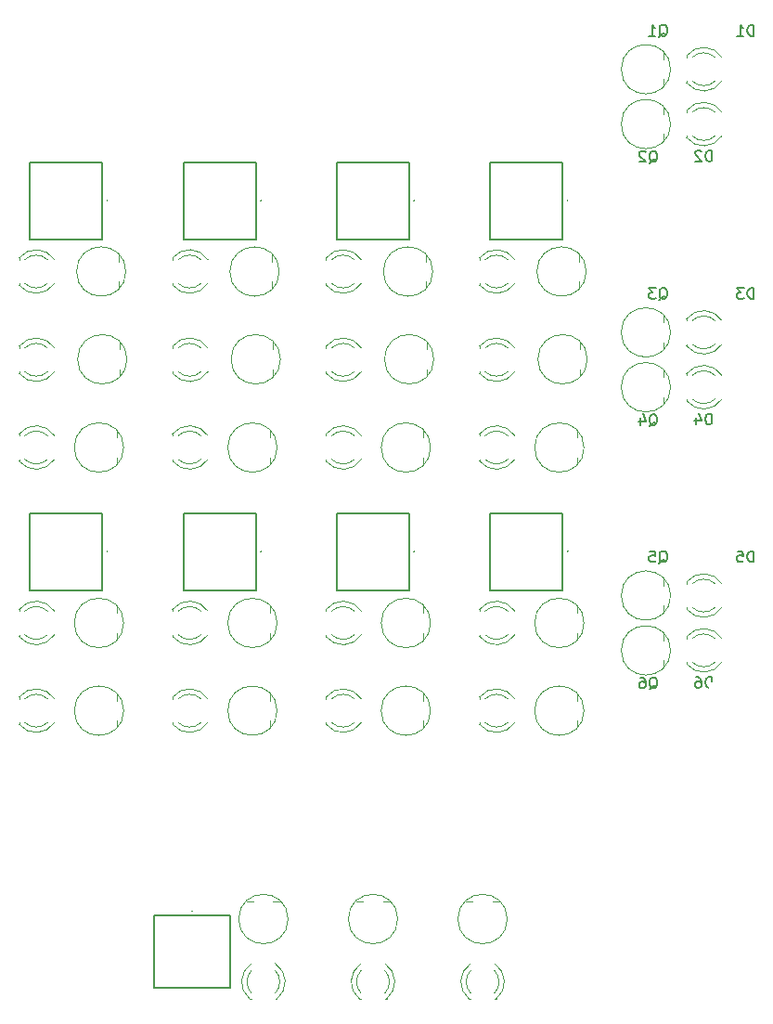
<source format=gbo>
G04 #@! TF.GenerationSoftware,KiCad,Pcbnew,(5.1.8)-1*
G04 #@! TF.CreationDate,2021-05-15T16:38:38+09:00*
G04 #@! TF.ProjectId,test,74657374-2e6b-4696-9361-645f70636258,rev?*
G04 #@! TF.SameCoordinates,PX4c4b400PY8954400*
G04 #@! TF.FileFunction,Legend,Bot*
G04 #@! TF.FilePolarity,Positive*
%FSLAX46Y46*%
G04 Gerber Fmt 4.6, Leading zero omitted, Abs format (unit mm)*
G04 Created by KiCad (PCBNEW (5.1.8)-1) date 2021-05-15 16:38:38*
%MOMM*%
%LPD*%
G01*
G04 APERTURE LIST*
%ADD10C,0.120000*%
%ADD11C,0.200000*%
%ADD12C,0.150000*%
%ADD13C,2.550000*%
%ADD14O,1.700000X2.000000*%
%ADD15O,1.700000X1.700000*%
%ADD16R,1.700000X1.700000*%
%ADD17O,2.000000X1.700000*%
%ADD18O,2.400000X2.400000*%
%ADD19R,2.400000X2.400000*%
%ADD20C,1.635000*%
%ADD21C,1.700000*%
%ADD22O,1.700000X1.950000*%
%ADD23C,1.400000*%
%ADD24O,1.950000X1.700000*%
%ADD25C,1.800000*%
%ADD26R,1.800000X1.800000*%
%ADD27O,1.600000X1.600000*%
%ADD28C,1.600000*%
G04 APERTURE END LIST*
D10*
X53250000Y52000000D02*
G75*
G03*
X53250000Y52000000I-2250000J0D01*
G01*
X52600000Y50500000D02*
X52600000Y51100000D01*
X52600000Y53500000D02*
X52600000Y52900000D01*
X52800000Y69550000D02*
X52800000Y68950000D01*
X52800000Y66550000D02*
X52800000Y67150000D01*
X53450000Y68050000D02*
G75*
G03*
X53450000Y68050000I-2250000J0D01*
G01*
X52600000Y37500000D02*
X52600000Y36900000D01*
X52600000Y34500000D02*
X52600000Y35100000D01*
X53250000Y36000000D02*
G75*
G03*
X53250000Y36000000I-2250000J0D01*
G01*
X43710000Y69130000D02*
X43710000Y69286000D01*
X43710000Y66814000D02*
X43710000Y66970000D01*
X46311130Y69129837D02*
G75*
G03*
X44229039Y69130000I-1041130J-1079837D01*
G01*
X46311130Y66970163D02*
G75*
G02*
X44229039Y66970000I-1041130J1079837D01*
G01*
X46942335Y69128608D02*
G75*
G03*
X43710000Y69285516I-1672335J-1078608D01*
G01*
X46942335Y66971392D02*
G75*
G02*
X43710000Y66814484I-1672335J1078608D01*
G01*
X43710000Y58764000D02*
X43710000Y58920000D01*
X43710000Y61080000D02*
X43710000Y61236000D01*
X46942335Y58921392D02*
G75*
G02*
X43710000Y58764484I-1672335J1078608D01*
G01*
X46942335Y61078608D02*
G75*
G03*
X43710000Y61235516I-1672335J-1078608D01*
G01*
X46311130Y58920163D02*
G75*
G02*
X44229039Y58920000I-1041130J1079837D01*
G01*
X46311130Y61079837D02*
G75*
G03*
X44229039Y61080000I-1041130J-1079837D01*
G01*
X43710000Y53080000D02*
X43710000Y53236000D01*
X43710000Y50764000D02*
X43710000Y50920000D01*
X46311130Y53079837D02*
G75*
G03*
X44229039Y53080000I-1041130J-1079837D01*
G01*
X46311130Y50920163D02*
G75*
G02*
X44229039Y50920000I-1041130J1079837D01*
G01*
X46942335Y53078608D02*
G75*
G03*
X43710000Y53235516I-1672335J-1078608D01*
G01*
X46942335Y50921392D02*
G75*
G02*
X43710000Y50764484I-1672335J1078608D01*
G01*
X43710000Y34764000D02*
X43710000Y34920000D01*
X43710000Y37080000D02*
X43710000Y37236000D01*
X46942335Y34921392D02*
G75*
G02*
X43710000Y34764484I-1672335J1078608D01*
G01*
X46942335Y37078608D02*
G75*
G03*
X43710000Y37235516I-1672335J-1078608D01*
G01*
X46311130Y34920163D02*
G75*
G02*
X44229039Y34920000I-1041130J1079837D01*
G01*
X46311130Y37079837D02*
G75*
G03*
X44229039Y37080000I-1041130J-1079837D01*
G01*
X53550000Y60050000D02*
G75*
G03*
X53550000Y60050000I-2250000J0D01*
G01*
X52900000Y58550000D02*
X52900000Y59150000D01*
X52900000Y61550000D02*
X52900000Y60950000D01*
X43710000Y26764000D02*
X43710000Y26920000D01*
X43710000Y29080000D02*
X43710000Y29236000D01*
X46942335Y26921392D02*
G75*
G02*
X43710000Y26764484I-1672335J1078608D01*
G01*
X46942335Y29078608D02*
G75*
G03*
X43710000Y29235516I-1672335J-1078608D01*
G01*
X46311130Y26920163D02*
G75*
G02*
X44229039Y26920000I-1041130J1079837D01*
G01*
X46311130Y29079837D02*
G75*
G03*
X44229039Y29080000I-1041130J-1079837D01*
G01*
X53250000Y28000000D02*
G75*
G03*
X53250000Y28000000I-2250000J0D01*
G01*
X52600000Y26500000D02*
X52600000Y27100000D01*
X52600000Y29500000D02*
X52600000Y28900000D01*
D11*
X51779000Y74532000D02*
G75*
G03*
X51779000Y74532000I-57000J0D01*
G01*
X44700000Y77990000D02*
X51300000Y77990000D01*
X44700000Y71000000D02*
X44700000Y77990000D01*
X51300000Y71000000D02*
X44700000Y71000000D01*
X51300000Y77990000D02*
X51300000Y71000000D01*
X51300000Y45990000D02*
X51300000Y39000000D01*
X51300000Y39000000D02*
X44700000Y39000000D01*
X44700000Y39000000D02*
X44700000Y45990000D01*
X44700000Y45990000D02*
X51300000Y45990000D01*
X51779000Y42532000D02*
G75*
G03*
X51779000Y42532000I-57000J0D01*
G01*
D10*
X46250000Y9000000D02*
G75*
G03*
X46250000Y9000000I-2250000J0D01*
G01*
X45500000Y10600000D02*
X44900000Y10600000D01*
X42500000Y10600000D02*
X43100000Y10600000D01*
X32920000Y1710000D02*
X32764000Y1710000D01*
X35236000Y1710000D02*
X35080000Y1710000D01*
X35078608Y4942335D02*
G75*
G02*
X35235516Y1710000I-1078608J-1672335D01*
G01*
X32921392Y4942335D02*
G75*
G03*
X32764484Y1710000I1078608J-1672335D01*
G01*
X35079837Y4311130D02*
G75*
G02*
X35080000Y2229039I-1079837J-1041130D01*
G01*
X32920163Y4311130D02*
G75*
G03*
X32920000Y2229039I1079837J-1041130D01*
G01*
X25236000Y1710000D02*
X25080000Y1710000D01*
X22920000Y1710000D02*
X22764000Y1710000D01*
X22920163Y4311130D02*
G75*
G03*
X22920000Y2229039I1079837J-1041130D01*
G01*
X25079837Y4311130D02*
G75*
G02*
X25080000Y2229039I-1079837J-1041130D01*
G01*
X22921392Y4942335D02*
G75*
G03*
X22764484Y1710000I1078608J-1672335D01*
G01*
X25078608Y4942335D02*
G75*
G02*
X25235516Y1710000I-1078608J-1672335D01*
G01*
X32500000Y10600000D02*
X33100000Y10600000D01*
X35500000Y10600000D02*
X34900000Y10600000D01*
X36250000Y9000000D02*
G75*
G03*
X36250000Y9000000I-2250000J0D01*
G01*
X26250000Y9000000D02*
G75*
G03*
X26250000Y9000000I-2250000J0D01*
G01*
X25500000Y10600000D02*
X24900000Y10600000D01*
X22500000Y10600000D02*
X23100000Y10600000D01*
X45236000Y1710000D02*
X45080000Y1710000D01*
X42920000Y1710000D02*
X42764000Y1710000D01*
X42920163Y4311130D02*
G75*
G03*
X42920000Y2229039I1079837J-1041130D01*
G01*
X45079837Y4311130D02*
G75*
G02*
X45080000Y2229039I-1079837J-1041130D01*
G01*
X42921392Y4942335D02*
G75*
G03*
X42764484Y1710000I1078608J-1672335D01*
G01*
X45078608Y4942335D02*
G75*
G02*
X45235516Y1710000I-1078608J-1672335D01*
G01*
D11*
X14010000Y9300000D02*
X21000000Y9300000D01*
X21000000Y9300000D02*
X21000000Y2700000D01*
X21000000Y2700000D02*
X14010000Y2700000D01*
X14010000Y2700000D02*
X14010000Y9300000D01*
X17525000Y9722000D02*
G75*
G03*
X17525000Y9722000I-57000J0D01*
G01*
D10*
X62610000Y61264000D02*
X62610000Y61420000D01*
X62610000Y63580000D02*
X62610000Y63736000D01*
X65211130Y63579837D02*
G75*
G03*
X63129039Y63580000I-1041130J-1079837D01*
G01*
X65211130Y61420163D02*
G75*
G02*
X63129039Y61420000I-1041130J1079837D01*
G01*
X65842335Y63578608D02*
G75*
G03*
X62610000Y63735516I-1672335J-1078608D01*
G01*
X65842335Y61421392D02*
G75*
G02*
X62610000Y61264484I-1672335J1078608D01*
G01*
X62610000Y34580000D02*
X62610000Y34736000D01*
X62610000Y32264000D02*
X62610000Y32420000D01*
X65842335Y32421392D02*
G75*
G02*
X62610000Y32264484I-1672335J1078608D01*
G01*
X65842335Y34578608D02*
G75*
G03*
X62610000Y34735516I-1672335J-1078608D01*
G01*
X65211130Y32420163D02*
G75*
G02*
X63129039Y32420000I-1041130J1079837D01*
G01*
X65211130Y34579837D02*
G75*
G03*
X63129039Y34580000I-1041130J-1079837D01*
G01*
X62610000Y80264000D02*
X62610000Y80420000D01*
X62610000Y82580000D02*
X62610000Y82736000D01*
X65211130Y82579837D02*
G75*
G03*
X63129039Y82580000I-1041130J-1079837D01*
G01*
X65211130Y80420163D02*
G75*
G02*
X63129039Y80420000I-1041130J1079837D01*
G01*
X65842335Y82578608D02*
G75*
G03*
X62610000Y82735516I-1672335J-1078608D01*
G01*
X65842335Y80421392D02*
G75*
G02*
X62610000Y80264484I-1672335J1078608D01*
G01*
X62610000Y37264000D02*
X62610000Y37420000D01*
X62610000Y39580000D02*
X62610000Y39736000D01*
X65211130Y39579837D02*
G75*
G03*
X63129039Y39580000I-1041130J-1079837D01*
G01*
X65211130Y37420163D02*
G75*
G02*
X63129039Y37420000I-1041130J1079837D01*
G01*
X65842335Y39578608D02*
G75*
G03*
X62610000Y39735516I-1672335J-1078608D01*
G01*
X65842335Y37421392D02*
G75*
G02*
X62610000Y37264484I-1672335J1078608D01*
G01*
X62610000Y87580000D02*
X62610000Y87736000D01*
X62610000Y85264000D02*
X62610000Y85420000D01*
X65842335Y85421392D02*
G75*
G02*
X62610000Y85264484I-1672335J1078608D01*
G01*
X65842335Y87578608D02*
G75*
G03*
X62610000Y87735516I-1672335J-1078608D01*
G01*
X65211130Y85420163D02*
G75*
G02*
X63129039Y85420000I-1041130J1079837D01*
G01*
X65211130Y87579837D02*
G75*
G03*
X63129039Y87580000I-1041130J-1079837D01*
G01*
X62610000Y58580000D02*
X62610000Y58736000D01*
X62610000Y56264000D02*
X62610000Y56420000D01*
X65842335Y56421392D02*
G75*
G02*
X62610000Y56264484I-1672335J1078608D01*
G01*
X65842335Y58578608D02*
G75*
G03*
X62610000Y58735516I-1672335J-1078608D01*
G01*
X65211130Y56420163D02*
G75*
G02*
X63129039Y56420000I-1041130J1079837D01*
G01*
X65211130Y58579837D02*
G75*
G03*
X63129039Y58580000I-1041130J-1079837D01*
G01*
X61150000Y62500000D02*
G75*
G03*
X61150000Y62500000I-2250000J0D01*
G01*
X60500000Y61000000D02*
X60500000Y61600000D01*
X60500000Y64000000D02*
X60500000Y63400000D01*
X60500000Y83000000D02*
X60500000Y82400000D01*
X60500000Y80000000D02*
X60500000Y80600000D01*
X61150000Y81500000D02*
G75*
G03*
X61150000Y81500000I-2250000J0D01*
G01*
X61150000Y86500000D02*
G75*
G03*
X61150000Y86500000I-2250000J0D01*
G01*
X60500000Y85000000D02*
X60500000Y85600000D01*
X60500000Y88000000D02*
X60500000Y87400000D01*
X61150000Y38500000D02*
G75*
G03*
X61150000Y38500000I-2250000J0D01*
G01*
X60500000Y37000000D02*
X60500000Y37600000D01*
X60500000Y40000000D02*
X60500000Y39400000D01*
X60500000Y35000000D02*
X60500000Y34400000D01*
X60500000Y32000000D02*
X60500000Y32600000D01*
X61150000Y33500000D02*
G75*
G03*
X61150000Y33500000I-2250000J0D01*
G01*
X60500000Y59000000D02*
X60500000Y58400000D01*
X60500000Y56000000D02*
X60500000Y56600000D01*
X61150000Y57500000D02*
G75*
G03*
X61150000Y57500000I-2250000J0D01*
G01*
X29710000Y53080000D02*
X29710000Y53236000D01*
X29710000Y50764000D02*
X29710000Y50920000D01*
X32942335Y50921392D02*
G75*
G02*
X29710000Y50764484I-1672335J1078608D01*
G01*
X32942335Y53078608D02*
G75*
G03*
X29710000Y53235516I-1672335J-1078608D01*
G01*
X32311130Y50920163D02*
G75*
G02*
X30229039Y50920000I-1041130J1079837D01*
G01*
X32311130Y53079837D02*
G75*
G03*
X30229039Y53080000I-1041130J-1079837D01*
G01*
X39550000Y60050000D02*
G75*
G03*
X39550000Y60050000I-2250000J0D01*
G01*
X38900000Y58550000D02*
X38900000Y59150000D01*
X38900000Y61550000D02*
X38900000Y60950000D01*
X29710000Y69130000D02*
X29710000Y69286000D01*
X29710000Y66814000D02*
X29710000Y66970000D01*
X32942335Y66971392D02*
G75*
G02*
X29710000Y66814484I-1672335J1078608D01*
G01*
X32942335Y69128608D02*
G75*
G03*
X29710000Y69285516I-1672335J-1078608D01*
G01*
X32311130Y66970163D02*
G75*
G02*
X30229039Y66970000I-1041130J1079837D01*
G01*
X32311130Y69129837D02*
G75*
G03*
X30229039Y69130000I-1041130J-1079837D01*
G01*
X38800000Y69550000D02*
X38800000Y68950000D01*
X38800000Y66550000D02*
X38800000Y67150000D01*
X39450000Y68050000D02*
G75*
G03*
X39450000Y68050000I-2250000J0D01*
G01*
X29710000Y34764000D02*
X29710000Y34920000D01*
X29710000Y37080000D02*
X29710000Y37236000D01*
X32311130Y37079837D02*
G75*
G03*
X30229039Y37080000I-1041130J-1079837D01*
G01*
X32311130Y34920163D02*
G75*
G02*
X30229039Y34920000I-1041130J1079837D01*
G01*
X32942335Y37078608D02*
G75*
G03*
X29710000Y37235516I-1672335J-1078608D01*
G01*
X32942335Y34921392D02*
G75*
G02*
X29710000Y34764484I-1672335J1078608D01*
G01*
X29710000Y58764000D02*
X29710000Y58920000D01*
X29710000Y61080000D02*
X29710000Y61236000D01*
X32311130Y61079837D02*
G75*
G03*
X30229039Y61080000I-1041130J-1079837D01*
G01*
X32311130Y58920163D02*
G75*
G02*
X30229039Y58920000I-1041130J1079837D01*
G01*
X32942335Y61078608D02*
G75*
G03*
X29710000Y61235516I-1672335J-1078608D01*
G01*
X32942335Y58921392D02*
G75*
G02*
X29710000Y58764484I-1672335J1078608D01*
G01*
X39250000Y52000000D02*
G75*
G03*
X39250000Y52000000I-2250000J0D01*
G01*
X38600000Y50500000D02*
X38600000Y51100000D01*
X38600000Y53500000D02*
X38600000Y52900000D01*
X38600000Y37500000D02*
X38600000Y36900000D01*
X38600000Y34500000D02*
X38600000Y35100000D01*
X39250000Y36000000D02*
G75*
G03*
X39250000Y36000000I-2250000J0D01*
G01*
D11*
X37779000Y74532000D02*
G75*
G03*
X37779000Y74532000I-57000J0D01*
G01*
X30700000Y77990000D02*
X37300000Y77990000D01*
X30700000Y71000000D02*
X30700000Y77990000D01*
X37300000Y71000000D02*
X30700000Y71000000D01*
X37300000Y77990000D02*
X37300000Y71000000D01*
D10*
X39250000Y28000000D02*
G75*
G03*
X39250000Y28000000I-2250000J0D01*
G01*
X38600000Y26500000D02*
X38600000Y27100000D01*
X38600000Y29500000D02*
X38600000Y28900000D01*
D11*
X37300000Y45990000D02*
X37300000Y39000000D01*
X37300000Y39000000D02*
X30700000Y39000000D01*
X30700000Y39000000D02*
X30700000Y45990000D01*
X30700000Y45990000D02*
X37300000Y45990000D01*
X37779000Y42532000D02*
G75*
G03*
X37779000Y42532000I-57000J0D01*
G01*
D10*
X29710000Y26764000D02*
X29710000Y26920000D01*
X29710000Y29080000D02*
X29710000Y29236000D01*
X32311130Y29079837D02*
G75*
G03*
X30229039Y29080000I-1041130J-1079837D01*
G01*
X32311130Y26920163D02*
G75*
G02*
X30229039Y26920000I-1041130J1079837D01*
G01*
X32942335Y29078608D02*
G75*
G03*
X29710000Y29235516I-1672335J-1078608D01*
G01*
X32942335Y26921392D02*
G75*
G02*
X29710000Y26764484I-1672335J1078608D01*
G01*
X15710000Y53080000D02*
X15710000Y53236000D01*
X15710000Y50764000D02*
X15710000Y50920000D01*
X18942335Y50921392D02*
G75*
G02*
X15710000Y50764484I-1672335J1078608D01*
G01*
X18942335Y53078608D02*
G75*
G03*
X15710000Y53235516I-1672335J-1078608D01*
G01*
X18311130Y50920163D02*
G75*
G02*
X16229039Y50920000I-1041130J1079837D01*
G01*
X18311130Y53079837D02*
G75*
G03*
X16229039Y53080000I-1041130J-1079837D01*
G01*
X25550000Y60050000D02*
G75*
G03*
X25550000Y60050000I-2250000J0D01*
G01*
X24900000Y58550000D02*
X24900000Y59150000D01*
X24900000Y61550000D02*
X24900000Y60950000D01*
X15710000Y69130000D02*
X15710000Y69286000D01*
X15710000Y66814000D02*
X15710000Y66970000D01*
X18942335Y66971392D02*
G75*
G02*
X15710000Y66814484I-1672335J1078608D01*
G01*
X18942335Y69128608D02*
G75*
G03*
X15710000Y69285516I-1672335J-1078608D01*
G01*
X18311130Y66970163D02*
G75*
G02*
X16229039Y66970000I-1041130J1079837D01*
G01*
X18311130Y69129837D02*
G75*
G03*
X16229039Y69130000I-1041130J-1079837D01*
G01*
X24800000Y69550000D02*
X24800000Y68950000D01*
X24800000Y66550000D02*
X24800000Y67150000D01*
X25450000Y68050000D02*
G75*
G03*
X25450000Y68050000I-2250000J0D01*
G01*
X15710000Y34764000D02*
X15710000Y34920000D01*
X15710000Y37080000D02*
X15710000Y37236000D01*
X18311130Y37079837D02*
G75*
G03*
X16229039Y37080000I-1041130J-1079837D01*
G01*
X18311130Y34920163D02*
G75*
G02*
X16229039Y34920000I-1041130J1079837D01*
G01*
X18942335Y37078608D02*
G75*
G03*
X15710000Y37235516I-1672335J-1078608D01*
G01*
X18942335Y34921392D02*
G75*
G02*
X15710000Y34764484I-1672335J1078608D01*
G01*
X15710000Y58764000D02*
X15710000Y58920000D01*
X15710000Y61080000D02*
X15710000Y61236000D01*
X18311130Y61079837D02*
G75*
G03*
X16229039Y61080000I-1041130J-1079837D01*
G01*
X18311130Y58920163D02*
G75*
G02*
X16229039Y58920000I-1041130J1079837D01*
G01*
X18942335Y61078608D02*
G75*
G03*
X15710000Y61235516I-1672335J-1078608D01*
G01*
X18942335Y58921392D02*
G75*
G02*
X15710000Y58764484I-1672335J1078608D01*
G01*
X25250000Y52000000D02*
G75*
G03*
X25250000Y52000000I-2250000J0D01*
G01*
X24600000Y50500000D02*
X24600000Y51100000D01*
X24600000Y53500000D02*
X24600000Y52900000D01*
X24600000Y37500000D02*
X24600000Y36900000D01*
X24600000Y34500000D02*
X24600000Y35100000D01*
X25250000Y36000000D02*
G75*
G03*
X25250000Y36000000I-2250000J0D01*
G01*
D11*
X23779000Y74532000D02*
G75*
G03*
X23779000Y74532000I-57000J0D01*
G01*
X16700000Y77990000D02*
X23300000Y77990000D01*
X16700000Y71000000D02*
X16700000Y77990000D01*
X23300000Y71000000D02*
X16700000Y71000000D01*
X23300000Y77990000D02*
X23300000Y71000000D01*
D10*
X25250000Y28000000D02*
G75*
G03*
X25250000Y28000000I-2250000J0D01*
G01*
X24600000Y26500000D02*
X24600000Y27100000D01*
X24600000Y29500000D02*
X24600000Y28900000D01*
D11*
X23300000Y45990000D02*
X23300000Y39000000D01*
X23300000Y39000000D02*
X16700000Y39000000D01*
X16700000Y39000000D02*
X16700000Y45990000D01*
X16700000Y45990000D02*
X23300000Y45990000D01*
X23779000Y42532000D02*
G75*
G03*
X23779000Y42532000I-57000J0D01*
G01*
D10*
X15710000Y26764000D02*
X15710000Y26920000D01*
X15710000Y29080000D02*
X15710000Y29236000D01*
X18311130Y29079837D02*
G75*
G03*
X16229039Y29080000I-1041130J-1079837D01*
G01*
X18311130Y26920163D02*
G75*
G02*
X16229039Y26920000I-1041130J1079837D01*
G01*
X18942335Y29078608D02*
G75*
G03*
X15710000Y29235516I-1672335J-1078608D01*
G01*
X18942335Y26921392D02*
G75*
G02*
X15710000Y26764484I-1672335J1078608D01*
G01*
X1710000Y53080000D02*
X1710000Y53236000D01*
X1710000Y50764000D02*
X1710000Y50920000D01*
X4942335Y50921392D02*
G75*
G02*
X1710000Y50764484I-1672335J1078608D01*
G01*
X4942335Y53078608D02*
G75*
G03*
X1710000Y53235516I-1672335J-1078608D01*
G01*
X4311130Y50920163D02*
G75*
G02*
X2229039Y50920000I-1041130J1079837D01*
G01*
X4311130Y53079837D02*
G75*
G03*
X2229039Y53080000I-1041130J-1079837D01*
G01*
X11550000Y60050000D02*
G75*
G03*
X11550000Y60050000I-2250000J0D01*
G01*
X10900000Y58550000D02*
X10900000Y59150000D01*
X10900000Y61550000D02*
X10900000Y60950000D01*
X1710000Y69130000D02*
X1710000Y69286000D01*
X1710000Y66814000D02*
X1710000Y66970000D01*
X4942335Y66971392D02*
G75*
G02*
X1710000Y66814484I-1672335J1078608D01*
G01*
X4942335Y69128608D02*
G75*
G03*
X1710000Y69285516I-1672335J-1078608D01*
G01*
X4311130Y66970163D02*
G75*
G02*
X2229039Y66970000I-1041130J1079837D01*
G01*
X4311130Y69129837D02*
G75*
G03*
X2229039Y69130000I-1041130J-1079837D01*
G01*
X10800000Y69550000D02*
X10800000Y68950000D01*
X10800000Y66550000D02*
X10800000Y67150000D01*
X11450000Y68050000D02*
G75*
G03*
X11450000Y68050000I-2250000J0D01*
G01*
X1710000Y34764000D02*
X1710000Y34920000D01*
X1710000Y37080000D02*
X1710000Y37236000D01*
X4311130Y37079837D02*
G75*
G03*
X2229039Y37080000I-1041130J-1079837D01*
G01*
X4311130Y34920163D02*
G75*
G02*
X2229039Y34920000I-1041130J1079837D01*
G01*
X4942335Y37078608D02*
G75*
G03*
X1710000Y37235516I-1672335J-1078608D01*
G01*
X4942335Y34921392D02*
G75*
G02*
X1710000Y34764484I-1672335J1078608D01*
G01*
X1710000Y58764000D02*
X1710000Y58920000D01*
X1710000Y61080000D02*
X1710000Y61236000D01*
X4311130Y61079837D02*
G75*
G03*
X2229039Y61080000I-1041130J-1079837D01*
G01*
X4311130Y58920163D02*
G75*
G02*
X2229039Y58920000I-1041130J1079837D01*
G01*
X4942335Y61078608D02*
G75*
G03*
X1710000Y61235516I-1672335J-1078608D01*
G01*
X4942335Y58921392D02*
G75*
G02*
X1710000Y58764484I-1672335J1078608D01*
G01*
X11250000Y52000000D02*
G75*
G03*
X11250000Y52000000I-2250000J0D01*
G01*
X10600000Y50500000D02*
X10600000Y51100000D01*
X10600000Y53500000D02*
X10600000Y52900000D01*
X10600000Y37500000D02*
X10600000Y36900000D01*
X10600000Y34500000D02*
X10600000Y35100000D01*
X11250000Y36000000D02*
G75*
G03*
X11250000Y36000000I-2250000J0D01*
G01*
D11*
X9779000Y74532000D02*
G75*
G03*
X9779000Y74532000I-57000J0D01*
G01*
X2700000Y77990000D02*
X9300000Y77990000D01*
X2700000Y71000000D02*
X2700000Y77990000D01*
X9300000Y71000000D02*
X2700000Y71000000D01*
X9300000Y77990000D02*
X9300000Y71000000D01*
D10*
X11250000Y28000000D02*
G75*
G03*
X11250000Y28000000I-2250000J0D01*
G01*
X10600000Y26500000D02*
X10600000Y27100000D01*
X10600000Y29500000D02*
X10600000Y28900000D01*
D11*
X9300000Y45990000D02*
X9300000Y39000000D01*
X9300000Y39000000D02*
X2700000Y39000000D01*
X2700000Y39000000D02*
X2700000Y45990000D01*
X2700000Y45990000D02*
X9300000Y45990000D01*
X9779000Y42532000D02*
G75*
G03*
X9779000Y42532000I-57000J0D01*
G01*
D10*
X1710000Y26764000D02*
X1710000Y26920000D01*
X1710000Y29080000D02*
X1710000Y29236000D01*
X4311130Y29079837D02*
G75*
G03*
X2229039Y29080000I-1041130J-1079837D01*
G01*
X4311130Y26920163D02*
G75*
G02*
X2229039Y26920000I-1041130J1079837D01*
G01*
X4942335Y29078608D02*
G75*
G03*
X1710000Y29235516I-1672335J-1078608D01*
G01*
X4942335Y26921392D02*
G75*
G02*
X1710000Y26764484I-1672335J1078608D01*
G01*
D12*
X68738095Y65547620D02*
X68738095Y66547620D01*
X68500000Y66547620D01*
X68357142Y66500000D01*
X68261904Y66404762D01*
X68214285Y66309524D01*
X68166666Y66119048D01*
X68166666Y65976191D01*
X68214285Y65785715D01*
X68261904Y65690477D01*
X68357142Y65595239D01*
X68500000Y65547620D01*
X68738095Y65547620D01*
X67833333Y66547620D02*
X67214285Y66547620D01*
X67547619Y66166667D01*
X67404761Y66166667D01*
X67309523Y66119048D01*
X67261904Y66071429D01*
X67214285Y65976191D01*
X67214285Y65738096D01*
X67261904Y65642858D01*
X67309523Y65595239D01*
X67404761Y65547620D01*
X67690476Y65547620D01*
X67785714Y65595239D01*
X67833333Y65642858D01*
X64908095Y30087620D02*
X64908095Y31087620D01*
X64670000Y31087620D01*
X64527142Y31040000D01*
X64431904Y30944762D01*
X64384285Y30849524D01*
X64336666Y30659048D01*
X64336666Y30516191D01*
X64384285Y30325715D01*
X64431904Y30230477D01*
X64527142Y30135239D01*
X64670000Y30087620D01*
X64908095Y30087620D01*
X63479523Y31087620D02*
X63670000Y31087620D01*
X63765238Y31040000D01*
X63812857Y30992381D01*
X63908095Y30849524D01*
X63955714Y30659048D01*
X63955714Y30278096D01*
X63908095Y30182858D01*
X63860476Y30135239D01*
X63765238Y30087620D01*
X63574761Y30087620D01*
X63479523Y30135239D01*
X63431904Y30182858D01*
X63384285Y30278096D01*
X63384285Y30516191D01*
X63431904Y30611429D01*
X63479523Y30659048D01*
X63574761Y30706667D01*
X63765238Y30706667D01*
X63860476Y30659048D01*
X63908095Y30611429D01*
X63955714Y30516191D01*
X64908095Y78087620D02*
X64908095Y79087620D01*
X64670000Y79087620D01*
X64527142Y79040000D01*
X64431904Y78944762D01*
X64384285Y78849524D01*
X64336666Y78659048D01*
X64336666Y78516191D01*
X64384285Y78325715D01*
X64431904Y78230477D01*
X64527142Y78135239D01*
X64670000Y78087620D01*
X64908095Y78087620D01*
X63955714Y78992381D02*
X63908095Y79040000D01*
X63812857Y79087620D01*
X63574761Y79087620D01*
X63479523Y79040000D01*
X63431904Y78992381D01*
X63384285Y78897143D01*
X63384285Y78801905D01*
X63431904Y78659048D01*
X64003333Y78087620D01*
X63384285Y78087620D01*
X68738095Y41547620D02*
X68738095Y42547620D01*
X68500000Y42547620D01*
X68357142Y42500000D01*
X68261904Y42404762D01*
X68214285Y42309524D01*
X68166666Y42119048D01*
X68166666Y41976191D01*
X68214285Y41785715D01*
X68261904Y41690477D01*
X68357142Y41595239D01*
X68500000Y41547620D01*
X68738095Y41547620D01*
X67261904Y42547620D02*
X67738095Y42547620D01*
X67785714Y42071429D01*
X67738095Y42119048D01*
X67642857Y42166667D01*
X67404761Y42166667D01*
X67309523Y42119048D01*
X67261904Y42071429D01*
X67214285Y41976191D01*
X67214285Y41738096D01*
X67261904Y41642858D01*
X67309523Y41595239D01*
X67404761Y41547620D01*
X67642857Y41547620D01*
X67738095Y41595239D01*
X67785714Y41642858D01*
X68738095Y89547620D02*
X68738095Y90547620D01*
X68500000Y90547620D01*
X68357142Y90500000D01*
X68261904Y90404762D01*
X68214285Y90309524D01*
X68166666Y90119048D01*
X68166666Y89976191D01*
X68214285Y89785715D01*
X68261904Y89690477D01*
X68357142Y89595239D01*
X68500000Y89547620D01*
X68738095Y89547620D01*
X67214285Y89547620D02*
X67785714Y89547620D01*
X67500000Y89547620D02*
X67500000Y90547620D01*
X67595238Y90404762D01*
X67690476Y90309524D01*
X67785714Y90261905D01*
X64908095Y54087620D02*
X64908095Y55087620D01*
X64670000Y55087620D01*
X64527142Y55040000D01*
X64431904Y54944762D01*
X64384285Y54849524D01*
X64336666Y54659048D01*
X64336666Y54516191D01*
X64384285Y54325715D01*
X64431904Y54230477D01*
X64527142Y54135239D01*
X64670000Y54087620D01*
X64908095Y54087620D01*
X63479523Y54754286D02*
X63479523Y54087620D01*
X63717619Y55135239D02*
X63955714Y54420953D01*
X63336666Y54420953D01*
X60095238Y65452381D02*
X60190476Y65500000D01*
X60285714Y65595239D01*
X60428571Y65738096D01*
X60523809Y65785715D01*
X60619047Y65785715D01*
X60571428Y65547620D02*
X60666666Y65595239D01*
X60761904Y65690477D01*
X60809523Y65880953D01*
X60809523Y66214286D01*
X60761904Y66404762D01*
X60666666Y66500000D01*
X60571428Y66547620D01*
X60380952Y66547620D01*
X60285714Y66500000D01*
X60190476Y66404762D01*
X60142857Y66214286D01*
X60142857Y65880953D01*
X60190476Y65690477D01*
X60285714Y65595239D01*
X60380952Y65547620D01*
X60571428Y65547620D01*
X59809523Y66547620D02*
X59190476Y66547620D01*
X59523809Y66166667D01*
X59380952Y66166667D01*
X59285714Y66119048D01*
X59238095Y66071429D01*
X59190476Y65976191D01*
X59190476Y65738096D01*
X59238095Y65642858D01*
X59285714Y65595239D01*
X59380952Y65547620D01*
X59666666Y65547620D01*
X59761904Y65595239D01*
X59809523Y65642858D01*
X59195238Y77952381D02*
X59290476Y78000000D01*
X59385714Y78095239D01*
X59528571Y78238096D01*
X59623809Y78285715D01*
X59719047Y78285715D01*
X59671428Y78047620D02*
X59766666Y78095239D01*
X59861904Y78190477D01*
X59909523Y78380953D01*
X59909523Y78714286D01*
X59861904Y78904762D01*
X59766666Y79000000D01*
X59671428Y79047620D01*
X59480952Y79047620D01*
X59385714Y79000000D01*
X59290476Y78904762D01*
X59242857Y78714286D01*
X59242857Y78380953D01*
X59290476Y78190477D01*
X59385714Y78095239D01*
X59480952Y78047620D01*
X59671428Y78047620D01*
X58861904Y78952381D02*
X58814285Y79000000D01*
X58719047Y79047620D01*
X58480952Y79047620D01*
X58385714Y79000000D01*
X58338095Y78952381D01*
X58290476Y78857143D01*
X58290476Y78761905D01*
X58338095Y78619048D01*
X58909523Y78047620D01*
X58290476Y78047620D01*
X60095238Y89452381D02*
X60190476Y89500000D01*
X60285714Y89595239D01*
X60428571Y89738096D01*
X60523809Y89785715D01*
X60619047Y89785715D01*
X60571428Y89547620D02*
X60666666Y89595239D01*
X60761904Y89690477D01*
X60809523Y89880953D01*
X60809523Y90214286D01*
X60761904Y90404762D01*
X60666666Y90500000D01*
X60571428Y90547620D01*
X60380952Y90547620D01*
X60285714Y90500000D01*
X60190476Y90404762D01*
X60142857Y90214286D01*
X60142857Y89880953D01*
X60190476Y89690477D01*
X60285714Y89595239D01*
X60380952Y89547620D01*
X60571428Y89547620D01*
X59190476Y89547620D02*
X59761904Y89547620D01*
X59476190Y89547620D02*
X59476190Y90547620D01*
X59571428Y90404762D01*
X59666666Y90309524D01*
X59761904Y90261905D01*
X60095238Y41452381D02*
X60190476Y41500000D01*
X60285714Y41595239D01*
X60428571Y41738096D01*
X60523809Y41785715D01*
X60619047Y41785715D01*
X60571428Y41547620D02*
X60666666Y41595239D01*
X60761904Y41690477D01*
X60809523Y41880953D01*
X60809523Y42214286D01*
X60761904Y42404762D01*
X60666666Y42500000D01*
X60571428Y42547620D01*
X60380952Y42547620D01*
X60285714Y42500000D01*
X60190476Y42404762D01*
X60142857Y42214286D01*
X60142857Y41880953D01*
X60190476Y41690477D01*
X60285714Y41595239D01*
X60380952Y41547620D01*
X60571428Y41547620D01*
X59238095Y42547620D02*
X59714285Y42547620D01*
X59761904Y42071429D01*
X59714285Y42119048D01*
X59619047Y42166667D01*
X59380952Y42166667D01*
X59285714Y42119048D01*
X59238095Y42071429D01*
X59190476Y41976191D01*
X59190476Y41738096D01*
X59238095Y41642858D01*
X59285714Y41595239D01*
X59380952Y41547620D01*
X59619047Y41547620D01*
X59714285Y41595239D01*
X59761904Y41642858D01*
X59195238Y29952381D02*
X59290476Y30000000D01*
X59385714Y30095239D01*
X59528571Y30238096D01*
X59623809Y30285715D01*
X59719047Y30285715D01*
X59671428Y30047620D02*
X59766666Y30095239D01*
X59861904Y30190477D01*
X59909523Y30380953D01*
X59909523Y30714286D01*
X59861904Y30904762D01*
X59766666Y31000000D01*
X59671428Y31047620D01*
X59480952Y31047620D01*
X59385714Y31000000D01*
X59290476Y30904762D01*
X59242857Y30714286D01*
X59242857Y30380953D01*
X59290476Y30190477D01*
X59385714Y30095239D01*
X59480952Y30047620D01*
X59671428Y30047620D01*
X58385714Y31047620D02*
X58576190Y31047620D01*
X58671428Y31000000D01*
X58719047Y30952381D01*
X58814285Y30809524D01*
X58861904Y30619048D01*
X58861904Y30238096D01*
X58814285Y30142858D01*
X58766666Y30095239D01*
X58671428Y30047620D01*
X58480952Y30047620D01*
X58385714Y30095239D01*
X58338095Y30142858D01*
X58290476Y30238096D01*
X58290476Y30476191D01*
X58338095Y30571429D01*
X58385714Y30619048D01*
X58480952Y30666667D01*
X58671428Y30666667D01*
X58766666Y30619048D01*
X58814285Y30571429D01*
X58861904Y30476191D01*
X59195238Y53952381D02*
X59290476Y54000000D01*
X59385714Y54095239D01*
X59528571Y54238096D01*
X59623809Y54285715D01*
X59719047Y54285715D01*
X59671428Y54047620D02*
X59766666Y54095239D01*
X59861904Y54190477D01*
X59909523Y54380953D01*
X59909523Y54714286D01*
X59861904Y54904762D01*
X59766666Y55000000D01*
X59671428Y55047620D01*
X59480952Y55047620D01*
X59385714Y55000000D01*
X59290476Y54904762D01*
X59242857Y54714286D01*
X59242857Y54380953D01*
X59290476Y54190477D01*
X59385714Y54095239D01*
X59480952Y54047620D01*
X59671428Y54047620D01*
X58385714Y54714286D02*
X58385714Y54047620D01*
X58623809Y55095239D02*
X58861904Y54380953D01*
X58242857Y54380953D01*
%LPC*%
D13*
X93145000Y28525000D03*
X93145000Y35225000D03*
D14*
X91915000Y22810000D03*
G36*
G01*
X95265000Y23560000D02*
X95265000Y22060000D01*
G75*
G02*
X95015000Y21810000I-250000J0D01*
G01*
X93815000Y21810000D01*
G75*
G02*
X93565000Y22060000I0J250000D01*
G01*
X93565000Y23560000D01*
G75*
G02*
X93815000Y23810000I250000J0D01*
G01*
X95015000Y23810000D01*
G75*
G02*
X95265000Y23560000I0J-250000D01*
G01*
G37*
D15*
X77905000Y24080000D03*
D16*
X77905000Y21540000D03*
G36*
G01*
X86250000Y50154000D02*
X84750000Y50154000D01*
G75*
G02*
X84500000Y50404000I0J250000D01*
G01*
X84500000Y51604000D01*
G75*
G02*
X84750000Y51854000I250000J0D01*
G01*
X86250000Y51854000D01*
G75*
G02*
X86500000Y51604000I0J-250000D01*
G01*
X86500000Y50404000D01*
G75*
G02*
X86250000Y50154000I-250000J0D01*
G01*
G37*
D17*
X85500000Y53504000D03*
D18*
X79175000Y49480000D03*
D19*
X79175000Y34240000D03*
D13*
X93145000Y55195000D03*
X93145000Y48495000D03*
D20*
X86795000Y22810000D03*
X84255000Y22810000D03*
X81715000Y22810000D03*
D17*
X85525000Y44360000D03*
G36*
G01*
X86275000Y41010000D02*
X84775000Y41010000D01*
G75*
G02*
X84525000Y41260000I0J250000D01*
G01*
X84525000Y42460000D01*
G75*
G02*
X84775000Y42710000I250000J0D01*
G01*
X86275000Y42710000D01*
G75*
G02*
X86525000Y42460000I0J-250000D01*
G01*
X86525000Y41260000D01*
G75*
G02*
X86275000Y41010000I-250000J0D01*
G01*
G37*
D13*
X93145000Y69525000D03*
X93145000Y76225000D03*
D14*
X91915000Y63810000D03*
G36*
G01*
X95265000Y64560000D02*
X95265000Y63060000D01*
G75*
G02*
X95015000Y62810000I-250000J0D01*
G01*
X93815000Y62810000D01*
G75*
G02*
X93565000Y63060000I0J250000D01*
G01*
X93565000Y64560000D01*
G75*
G02*
X93815000Y64810000I250000J0D01*
G01*
X95015000Y64810000D01*
G75*
G02*
X95265000Y64560000I0J-250000D01*
G01*
G37*
D15*
X77905000Y65080000D03*
D16*
X77905000Y62540000D03*
G36*
G01*
X86250000Y91154000D02*
X84750000Y91154000D01*
G75*
G02*
X84500000Y91404000I0J250000D01*
G01*
X84500000Y92604000D01*
G75*
G02*
X84750000Y92854000I250000J0D01*
G01*
X86250000Y92854000D01*
G75*
G02*
X86500000Y92604000I0J-250000D01*
G01*
X86500000Y91404000D01*
G75*
G02*
X86250000Y91154000I-250000J0D01*
G01*
G37*
D17*
X85500000Y94504000D03*
D18*
X79175000Y90480000D03*
D19*
X79175000Y75240000D03*
D13*
X93145000Y96195000D03*
X93145000Y89495000D03*
D20*
X86795000Y63810000D03*
X84255000Y63810000D03*
X81715000Y63810000D03*
D17*
X85525000Y85360000D03*
G36*
G01*
X86275000Y82010000D02*
X84775000Y82010000D01*
G75*
G02*
X84525000Y82260000I0J250000D01*
G01*
X84525000Y83460000D01*
G75*
G02*
X84775000Y83710000I250000J0D01*
G01*
X86275000Y83710000D01*
G75*
G02*
X86525000Y83460000I0J-250000D01*
G01*
X86525000Y82260000D01*
G75*
G02*
X86275000Y82010000I-250000J0D01*
G01*
G37*
D21*
X52300000Y52000000D03*
X49700000Y52000000D03*
X44000000Y64050000D03*
X51620000Y64050000D03*
X49900000Y68050000D03*
X52500000Y68050000D03*
X49700000Y36000000D03*
X52300000Y36000000D03*
X46540000Y68050000D03*
X44000000Y68050000D03*
X44000000Y60000000D03*
X46540000Y60000000D03*
X46540000Y52000000D03*
X44000000Y52000000D03*
X51620000Y56000000D03*
X44000000Y56000000D03*
X44000000Y36000000D03*
X46540000Y36000000D03*
X52600000Y60050000D03*
X50000000Y60050000D03*
G36*
G01*
X51350000Y88725000D02*
X51350000Y87275000D01*
G75*
G02*
X51100000Y87025000I-250000J0D01*
G01*
X49900000Y87025000D01*
G75*
G02*
X49650000Y87275000I0J250000D01*
G01*
X49650000Y88725000D01*
G75*
G02*
X49900000Y88975000I250000J0D01*
G01*
X51100000Y88975000D01*
G75*
G02*
X51350000Y88725000I0J-250000D01*
G01*
G37*
D22*
X48000000Y88000000D03*
X45500000Y88000000D03*
X45500000Y81000000D03*
X48000000Y81000000D03*
G36*
G01*
X51350000Y81725000D02*
X51350000Y80275000D01*
G75*
G02*
X51100000Y80025000I-250000J0D01*
G01*
X49900000Y80025000D01*
G75*
G02*
X49650000Y80275000I0J250000D01*
G01*
X49650000Y81725000D01*
G75*
G02*
X49900000Y81975000I250000J0D01*
G01*
X51100000Y81975000D01*
G75*
G02*
X51350000Y81725000I0J-250000D01*
G01*
G37*
D21*
X44000000Y32000000D03*
X51620000Y32000000D03*
X44000000Y28000000D03*
X46540000Y28000000D03*
X44000000Y24000000D03*
X51620000Y24000000D03*
X52300000Y28000000D03*
X49700000Y28000000D03*
X51620000Y48000000D03*
X44000000Y48000000D03*
D23*
X45460000Y74530000D03*
X48000000Y77070000D03*
X50540000Y74530000D03*
X50540000Y42530000D03*
X48000000Y45070000D03*
X45460000Y42530000D03*
D21*
X44000000Y7700000D03*
X44000000Y10300000D03*
X38000000Y2000000D03*
X38000000Y9620000D03*
X34000000Y2000000D03*
X34000000Y4540000D03*
X24000000Y4540000D03*
X24000000Y2000000D03*
D24*
X11000000Y3500000D03*
X11000000Y6000000D03*
G36*
G01*
X10275000Y9350000D02*
X11725000Y9350000D01*
G75*
G02*
X11975000Y9100000I0J-250000D01*
G01*
X11975000Y7900000D01*
G75*
G02*
X11725000Y7650000I-250000J0D01*
G01*
X10275000Y7650000D01*
G75*
G02*
X10025000Y7900000I0J250000D01*
G01*
X10025000Y9100000D01*
G75*
G02*
X10275000Y9350000I250000J0D01*
G01*
G37*
D21*
X48000000Y9620000D03*
X48000000Y2000000D03*
X28000000Y9620000D03*
X28000000Y2000000D03*
X34000000Y10300000D03*
X34000000Y7700000D03*
X24000000Y7700000D03*
X24000000Y10300000D03*
X44000000Y4540000D03*
X44000000Y2000000D03*
D23*
X17470000Y3460000D03*
X14930000Y6000000D03*
X17470000Y8540000D03*
D25*
X65440000Y62500000D03*
D26*
X62900000Y62500000D03*
X62900000Y33500000D03*
D25*
X65440000Y33500000D03*
D24*
X70000000Y86000000D03*
X70000000Y83500000D03*
G36*
G01*
X70725000Y80150000D02*
X69275000Y80150000D01*
G75*
G02*
X69025000Y80400000I0J250000D01*
G01*
X69025000Y81600000D01*
G75*
G02*
X69275000Y81850000I250000J0D01*
G01*
X70725000Y81850000D01*
G75*
G02*
X70975000Y81600000I0J-250000D01*
G01*
X70975000Y80400000D01*
G75*
G02*
X70725000Y80150000I-250000J0D01*
G01*
G37*
D25*
X65440000Y81500000D03*
D26*
X62900000Y81500000D03*
D25*
X65440000Y38500000D03*
D26*
X62900000Y38500000D03*
X62900000Y86500000D03*
D25*
X65440000Y86500000D03*
D26*
X62900000Y57500000D03*
D25*
X65440000Y57500000D03*
D21*
X57600000Y62500000D03*
X60200000Y62500000D03*
X60200000Y81500000D03*
X57600000Y81500000D03*
X57600000Y86500000D03*
X60200000Y86500000D03*
D24*
X70000000Y38000000D03*
X70000000Y35500000D03*
G36*
G01*
X70725000Y32150000D02*
X69275000Y32150000D01*
G75*
G02*
X69025000Y32400000I0J250000D01*
G01*
X69025000Y33600000D01*
G75*
G02*
X69275000Y33850000I250000J0D01*
G01*
X70725000Y33850000D01*
G75*
G02*
X70975000Y33600000I0J-250000D01*
G01*
X70975000Y32400000D01*
G75*
G02*
X70725000Y32150000I-250000J0D01*
G01*
G37*
G36*
G01*
X70725000Y56150000D02*
X69275000Y56150000D01*
G75*
G02*
X69025000Y56400000I0J250000D01*
G01*
X69025000Y57600000D01*
G75*
G02*
X69275000Y57850000I250000J0D01*
G01*
X70725000Y57850000D01*
G75*
G02*
X70975000Y57600000I0J-250000D01*
G01*
X70975000Y56400000D01*
G75*
G02*
X70725000Y56150000I-250000J0D01*
G01*
G37*
X70000000Y59500000D03*
X70000000Y62000000D03*
D27*
X65400000Y45880000D03*
D28*
X65400000Y53500000D03*
D21*
X57600000Y38500000D03*
X60200000Y38500000D03*
D27*
X65400000Y22380000D03*
D28*
X65400000Y30000000D03*
D23*
X62440000Y26030000D03*
X59900000Y28570000D03*
X57360000Y26030000D03*
D21*
X60200000Y33500000D03*
X57600000Y33500000D03*
D23*
X62440000Y49530000D03*
X59900000Y52070000D03*
X57360000Y49530000D03*
X57360000Y73530000D03*
X59900000Y76070000D03*
X62440000Y73530000D03*
D27*
X58280000Y43000000D03*
D28*
X65900000Y43000000D03*
X65400000Y77500000D03*
D27*
X65400000Y69880000D03*
D28*
X65900000Y67000000D03*
D27*
X58280000Y67000000D03*
D28*
X65900000Y90500000D03*
D27*
X58280000Y90500000D03*
D21*
X60200000Y57500000D03*
X57600000Y57500000D03*
X30000000Y52000000D03*
X32540000Y52000000D03*
X36000000Y60050000D03*
X38600000Y60050000D03*
X30000000Y68050000D03*
X32540000Y68050000D03*
X38500000Y68050000D03*
X35900000Y68050000D03*
X32540000Y36000000D03*
X30000000Y36000000D03*
X30000000Y56000000D03*
X37620000Y56000000D03*
X32540000Y60000000D03*
X30000000Y60000000D03*
X37620000Y64050000D03*
X30000000Y64050000D03*
X35700000Y52000000D03*
X38300000Y52000000D03*
X38300000Y36000000D03*
X35700000Y36000000D03*
X30000000Y48000000D03*
X37620000Y48000000D03*
G36*
G01*
X37350000Y81725000D02*
X37350000Y80275000D01*
G75*
G02*
X37100000Y80025000I-250000J0D01*
G01*
X35900000Y80025000D01*
G75*
G02*
X35650000Y80275000I0J250000D01*
G01*
X35650000Y81725000D01*
G75*
G02*
X35900000Y81975000I250000J0D01*
G01*
X37100000Y81975000D01*
G75*
G02*
X37350000Y81725000I0J-250000D01*
G01*
G37*
D22*
X34000000Y81000000D03*
X31500000Y81000000D03*
D23*
X36540000Y74530000D03*
X34000000Y77070000D03*
X31460000Y74530000D03*
D21*
X35700000Y28000000D03*
X38300000Y28000000D03*
D23*
X31460000Y42530000D03*
X34000000Y45070000D03*
X36540000Y42530000D03*
D22*
X31500000Y88000000D03*
X34000000Y88000000D03*
G36*
G01*
X37350000Y88725000D02*
X37350000Y87275000D01*
G75*
G02*
X37100000Y87025000I-250000J0D01*
G01*
X35900000Y87025000D01*
G75*
G02*
X35650000Y87275000I0J250000D01*
G01*
X35650000Y88725000D01*
G75*
G02*
X35900000Y88975000I250000J0D01*
G01*
X37100000Y88975000D01*
G75*
G02*
X37350000Y88725000I0J-250000D01*
G01*
G37*
D21*
X37620000Y24000000D03*
X30000000Y24000000D03*
X32540000Y28000000D03*
X30000000Y28000000D03*
X37620000Y32000000D03*
X30000000Y32000000D03*
X16000000Y52000000D03*
X18540000Y52000000D03*
X22000000Y60050000D03*
X24600000Y60050000D03*
X16000000Y68050000D03*
X18540000Y68050000D03*
X24500000Y68050000D03*
X21900000Y68050000D03*
X18540000Y36000000D03*
X16000000Y36000000D03*
X16000000Y56000000D03*
X23620000Y56000000D03*
X18540000Y60000000D03*
X16000000Y60000000D03*
X23620000Y64050000D03*
X16000000Y64050000D03*
X21700000Y52000000D03*
X24300000Y52000000D03*
X24300000Y36000000D03*
X21700000Y36000000D03*
X16000000Y48000000D03*
X23620000Y48000000D03*
G36*
G01*
X23350000Y81725000D02*
X23350000Y80275000D01*
G75*
G02*
X23100000Y80025000I-250000J0D01*
G01*
X21900000Y80025000D01*
G75*
G02*
X21650000Y80275000I0J250000D01*
G01*
X21650000Y81725000D01*
G75*
G02*
X21900000Y81975000I250000J0D01*
G01*
X23100000Y81975000D01*
G75*
G02*
X23350000Y81725000I0J-250000D01*
G01*
G37*
D22*
X20000000Y81000000D03*
X17500000Y81000000D03*
D23*
X22540000Y74530000D03*
X20000000Y77070000D03*
X17460000Y74530000D03*
D21*
X21700000Y28000000D03*
X24300000Y28000000D03*
D23*
X17460000Y42530000D03*
X20000000Y45070000D03*
X22540000Y42530000D03*
D22*
X17500000Y88000000D03*
X20000000Y88000000D03*
G36*
G01*
X23350000Y88725000D02*
X23350000Y87275000D01*
G75*
G02*
X23100000Y87025000I-250000J0D01*
G01*
X21900000Y87025000D01*
G75*
G02*
X21650000Y87275000I0J250000D01*
G01*
X21650000Y88725000D01*
G75*
G02*
X21900000Y88975000I250000J0D01*
G01*
X23100000Y88975000D01*
G75*
G02*
X23350000Y88725000I0J-250000D01*
G01*
G37*
D21*
X23620000Y24000000D03*
X16000000Y24000000D03*
X18540000Y28000000D03*
X16000000Y28000000D03*
X23620000Y32000000D03*
X16000000Y32000000D03*
X2000000Y52000000D03*
X4540000Y52000000D03*
X8000000Y60050000D03*
X10600000Y60050000D03*
X2000000Y68050000D03*
X4540000Y68050000D03*
X10500000Y68050000D03*
X7900000Y68050000D03*
X4540000Y36000000D03*
X2000000Y36000000D03*
X2000000Y56000000D03*
X9620000Y56000000D03*
X4540000Y60000000D03*
X2000000Y60000000D03*
X9620000Y64050000D03*
X2000000Y64050000D03*
X7700000Y52000000D03*
X10300000Y52000000D03*
X10300000Y36000000D03*
X7700000Y36000000D03*
X2000000Y48000000D03*
X9620000Y48000000D03*
G36*
G01*
X9350000Y81725000D02*
X9350000Y80275000D01*
G75*
G02*
X9100000Y80025000I-250000J0D01*
G01*
X7900000Y80025000D01*
G75*
G02*
X7650000Y80275000I0J250000D01*
G01*
X7650000Y81725000D01*
G75*
G02*
X7900000Y81975000I250000J0D01*
G01*
X9100000Y81975000D01*
G75*
G02*
X9350000Y81725000I0J-250000D01*
G01*
G37*
D22*
X6000000Y81000000D03*
X3500000Y81000000D03*
D23*
X8540000Y74530000D03*
X6000000Y77070000D03*
X3460000Y74530000D03*
D21*
X7700000Y28000000D03*
X10300000Y28000000D03*
D23*
X3460000Y42530000D03*
X6000000Y45070000D03*
X8540000Y42530000D03*
D22*
X3500000Y88000000D03*
X6000000Y88000000D03*
G36*
G01*
X9350000Y88725000D02*
X9350000Y87275000D01*
G75*
G02*
X9100000Y87025000I-250000J0D01*
G01*
X7900000Y87025000D01*
G75*
G02*
X7650000Y87275000I0J250000D01*
G01*
X7650000Y88725000D01*
G75*
G02*
X7900000Y88975000I250000J0D01*
G01*
X9100000Y88975000D01*
G75*
G02*
X9350000Y88725000I0J-250000D01*
G01*
G37*
D21*
X9620000Y24000000D03*
X2000000Y24000000D03*
X4540000Y28000000D03*
X2000000Y28000000D03*
X9620000Y32000000D03*
X2000000Y32000000D03*
M02*

</source>
